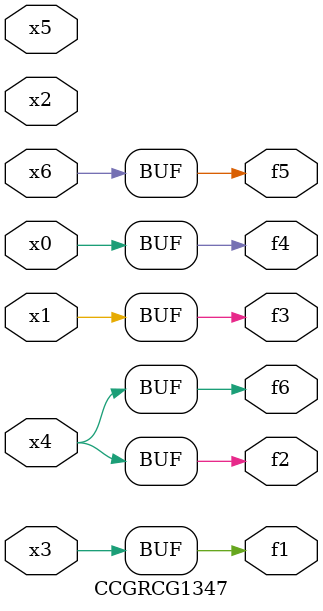
<source format=v>
module CCGRCG1347(
	input x0, x1, x2, x3, x4, x5, x6,
	output f1, f2, f3, f4, f5, f6
);
	assign f1 = x3;
	assign f2 = x4;
	assign f3 = x1;
	assign f4 = x0;
	assign f5 = x6;
	assign f6 = x4;
endmodule

</source>
